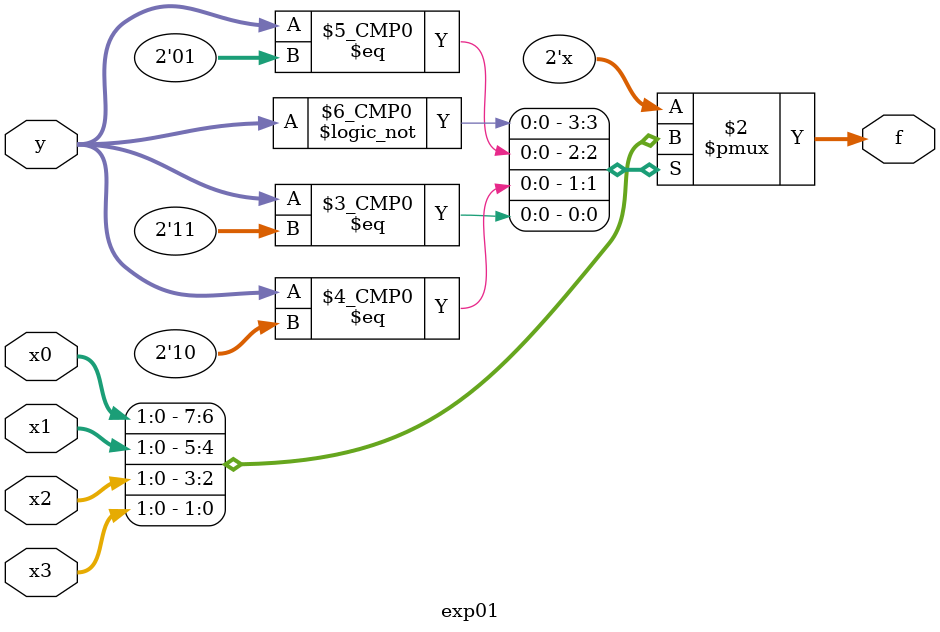
<source format=v>
module exp01(x0,x1,x2,x3,y,f);
	input [1:0] x0,x1,x2,x3,y;
	output reg [1:0] f;
	
	always @ (*)
		case (y)
			0: f = x0;
			1: f = x1;
			2: f = x2;
			3: f = x3;
			default: f = 2'b0;
			endcase
endmodule

</source>
